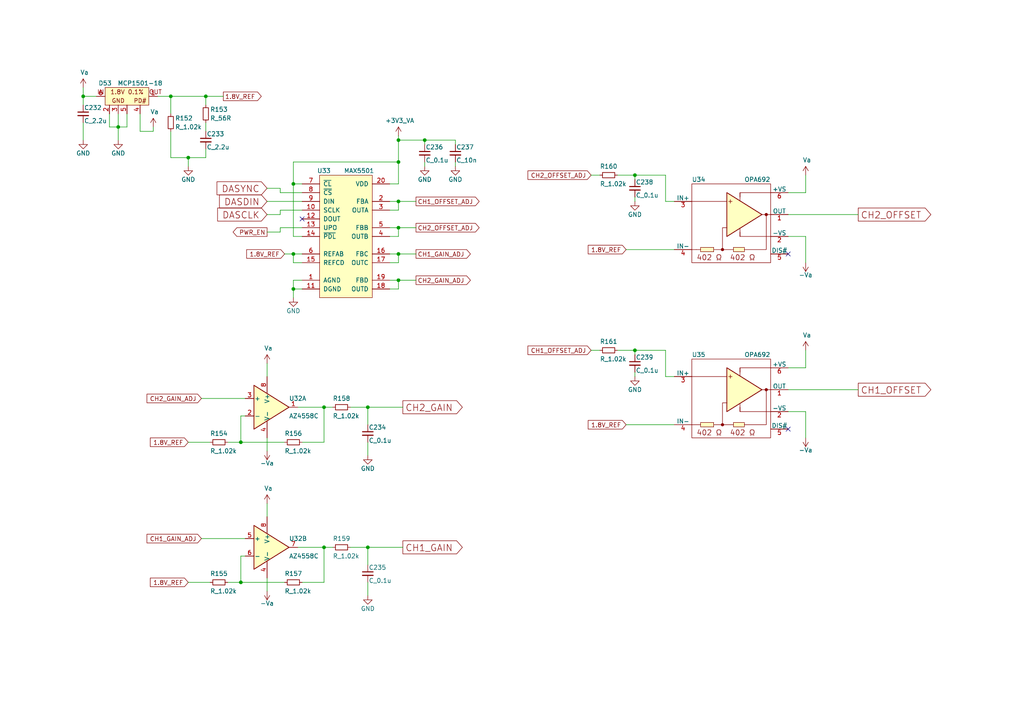
<source format=kicad_sch>
(kicad_sch (version 20231120) (generator "eeschema") (generator_version "8.0")
  (paper "A4")
  (title_block (rev "v2") (comment 1 "Copyright Dejan Priversek 2017"))
  (lib_symbols
    (symbol "ScopefunParts:+3.3V_VA" (power) (pin_names (offset 0))
      (property "Value" "+3.3V_VA" (at 0 3.556 0))
      (symbol "+3.3V_VA_0_1"
        (polyline (pts (xy -0.762 1.27) (xy 0 2.54)))
        (polyline (pts (xy 0 0) (xy 0 2.54)))
        (polyline (pts (xy 0 2.54) (xy 0.762 1.27)))
      )
      (symbol "+3.3V_VA_1_1"
        (pin power_in line (at 0 0 90) (length 0) hide (name "+3V3_VA") (number "1"))
      )
    )
    (symbol "ScopefunParts:+Va" (power) (pin_names (offset 0))
      (property "Value" "+Va" (at 0 3.556 0))
      (symbol "+Va_0_1"
        (polyline (pts (xy -0.762 1.27) (xy 0 2.54)))
        (polyline (pts (xy 0 0) (xy 0 2.54)))
        (polyline (pts (xy 0 2.54) (xy 0.762 1.27)))
      )
      (symbol "+Va_1_1"
        (pin power_in line (at 0 0 90) (length 0) hide (name "Va") (number "1"))
      )
    )
    (symbol "ScopefunParts:-Va" (power) (pin_names (offset 0))
      (property "Value" "-Va" (at 0 3.556 0))
      (symbol "-Va_0_1"
        (polyline (pts (xy -0.762 1.27) (xy 0 2.54)))
        (polyline (pts (xy 0 0) (xy 0 2.54)))
        (polyline (pts (xy 0 2.54) (xy 0.762 1.27)))
      )
      (symbol "-Va_1_1"
        (pin power_in line (at 0 0 90) (length 0) hide (name "-Va") (number "1"))
      )
    )
    (symbol "ScopefunParts:AZ4558C" (pin_names (offset 0.127))
      (property "Reference" "U" (at 5.08 2.54 0))
      (property "Value" "AZ4558C" (at 5.08 -2.54 0))
      (symbol "AZ4558C_0_1"
        (polyline (pts (xy 5.08 0) (xy -5.08 6.35) (xy -5.08 -6.35) (xy 5.08 0)) (stroke (width 0.254)) (fill (type background)))
        (pin power_in line (at -1.27 -8.89 90) (length 4.826) (name "V-") (number "4"))
        (pin power_in line (at -1.27 8.89 270) (length 4.826) (name "V+") (number "8"))
      )
      (symbol "AZ4558C_1_1"
        (pin output line (at 7.62 0 180) (length 2.54) (name "~") (number "1"))
        (pin input line (at -7.62 -2.54 0) (length 2.54) (name "-") (number "2"))
        (pin input line (at -7.62 2.54 0) (length 2.54) (name "+") (number "3"))
      )
      (symbol "AZ4558C_2_1"
        (pin input line (at -7.62 2.54 0) (length 2.54) (name "+") (number "5"))
        (pin input line (at -7.62 -2.54 0) (length 2.54) (name "-") (number "6"))
        (pin output line (at 7.62 0 180) (length 2.54) (name "~") (number "7"))
      )
    )
    (symbol "ScopefunParts:C_0.1u" (pin_numbers hide) (pin_names (offset 0.254) hide)
      (property "Reference" "C" (at 0.254 1.778 0))
      (property "Value" "C_0.1u" (at 0.254 -2.032 0))
      (symbol "C_0.1u_0_1"
        (polyline (pts (xy -1.524 -0.508) (xy 1.524 -0.508)) (stroke (width 0.3302)))
        (polyline (pts (xy -1.524 0.508) (xy 1.524 0.508)) (stroke (width 0.3048)))
      )
      (symbol "C_0.1u_1_1"
        (pin passive line (at 0 2.54 270) (length 1.905) (name "~") (number "1"))
        (pin passive line (at 0 -2.54 90) (length 2.032) (name "~") (number "2"))
      )
    )
    (symbol "ScopefunParts:C_10n_0402" (pin_numbers hide) (pin_names (offset 0.254) hide)
      (property "Reference" "C" (at 0.254 1.778 0))
      (property "Value" "C_10n_0402" (at 0.254 -2.032 0))
      (symbol "C_10n_0402_0_1"
        (polyline (pts (xy -1.524 -0.508) (xy 1.524 -0.508)) (stroke (width 0.3302)))
        (polyline (pts (xy -1.524 0.508) (xy 1.524 0.508)) (stroke (width 0.3048)))
      )
      (symbol "C_10n_0402_1_1"
        (pin passive line (at 0 2.54 270) (length 1.905) (name "~") (number "1"))
        (pin passive line (at 0 -2.54 90) (length 2.032) (name "~") (number "2"))
      )
    )
    (symbol "ScopefunParts:C_2.2u" (pin_numbers hide) (pin_names (offset 0.254) hide)
      (property "Reference" "C" (at 0.254 1.778 0))
      (property "Value" "C_2.2u" (at 0.254 -2.032 0))
      (symbol "C_2.2u_0_1"
        (polyline (pts (xy -1.524 -0.508) (xy 1.524 -0.508)) (stroke (width 0.3302)))
        (polyline (pts (xy -1.524 0.508) (xy 1.524 0.508)) (stroke (width 0.3048)))
      )
      (symbol "C_2.2u_1_1"
        (pin passive line (at 0 2.54 270) (length 1.905) (name "~") (number "1"))
        (pin passive line (at 0 -2.54 90) (length 2.032) (name "~") (number "2"))
      )
    )
    (symbol "ScopefunParts:MAX5501" (pin_names (offset 1.016))
      (property "Reference" "U" (at -6.35 16.51 0))
      (property "Value" "MAX5501" (at 3.81 16.51 0))
      (symbol "MAX5501_0_1"
        (rectangle (start -7.62 -20.32) (end 7.62 15.24) (fill (type background)))
      )
      (symbol "MAX5501_1_1"
        (pin power_in line (at -12.7 -15.24 0) (length 5.08) (name "AGND") (number "1"))
        (pin input line (at -12.7 5.08 0) (length 5.08) (name "SCLK") (number "10"))
        (pin power_in line (at -12.7 -17.78 0) (length 5.08) (name "DGND") (number "11"))
        (pin output line (at -12.7 2.54 0) (length 5.08) (name "DOUT") (number "12"))
        (pin output line (at -12.7 0 0) (length 5.08) (name "UPO") (number "13"))
        (pin input line (at -12.7 -2.54 0) (length 5.08) (name "~{PDL}") (number "14"))
        (pin input line (at -12.7 -10.16 0) (length 5.08) (name "REFCD") (number "15"))
        (pin input line (at 12.7 -7.62 180) (length 5.08) (name "FBC") (number "16"))
        (pin output line (at 12.7 -10.16 180) (length 5.08) (name "OUTC") (number "17"))
        (pin output line (at 12.7 -17.78 180) (length 5.08) (name "OUTD") (number "18"))
        (pin input line (at 12.7 -15.24 180) (length 5.08) (name "FBD") (number "19"))
        (pin input line (at 12.7 7.62 180) (length 5.08) (name "FBA") (number "2"))
        (pin power_in line (at 12.7 12.7 180) (length 5.08) (name "VDD") (number "20"))
        (pin output line (at 12.7 5.08 180) (length 5.08) (name "OUTA") (number "3"))
        (pin output line (at 12.7 -2.54 180) (length 5.08) (name "OUTB") (number "4"))
        (pin input line (at 12.7 0 180) (length 5.08) (name "FBB") (number "5"))
        (pin input line (at -12.7 -7.62 0) (length 5.08) (name "REFAB") (number "6"))
        (pin input line (at -12.7 12.7 0) (length 5.08) (name "~{CL}") (number "7"))
        (pin input line (at -12.7 10.16 0) (length 5.08) (name "~{CS}") (number "8"))
        (pin input line (at -12.7 7.62 0) (length 5.08) (name "DIN") (number "9"))
      )
    )
    (symbol "ScopefunParts:MCP1501-18" (pin_names (offset 0) hide)
      (property "Reference" "D" (at -6.35 3.81 0))
      (property "Value" "MCP1501-18" (at 3.81 3.81 0))
      (symbol "MCP1501-18_0_0"
        (text "1.8V 0.1%" (at 0 1.27 0) (effects (font (size 1.27 1.27))))
        (text "GND" (at -2.54 -1.27 0) (effects (font (size 1.1938 1.1938))))
        (text "IN" (at -7.62 1.27 0) (effects (font (size 1.27 1.27))))
        (text "OUT" (at 6.35 1.27 0) (effects (font (size 1.27 1.27)) (justify left)))
        (text "PD#" (at 3.81 -1.27 0) (effects (font (size 1.1938 1.1938))))
      )
      (symbol "MCP1501-18_0_1"
        (rectangle (start -6.35 2.54) (end 6.35 -2.54) (fill (type background)))
      )
      (symbol "MCP1501-18_1_1"
        (pin output line (at 8.89 0 180) (length 2.54) (name "OUT") (number "1"))
        (pin power_in line (at -5.08 -5.08 90) (length 2.54) (name "GND") (number "2"))
        (pin power_in line (at -2.54 -5.08 90) (length 2.54) (name "GND") (number "3"))
        (pin power_in line (at 3.81 -5.08 90) (length 2.54) (name "SHDN#") (number "4"))
        (pin power_in line (at 0 -5.08 90) (length 2.54) (name "GND") (number "5"))
        (pin power_in line (at -8.89 0 0) (length 2.54) (name "VDD") (number "6"))
      )
    )
    (symbol "ScopefunParts:OPA692" (pin_names (offset 0))
      (property "Reference" "U" (at -10.16 11.43 0))
      (property "Value" "OPA692" (at 5.08 11.43 0))
      (symbol "OPA692_0_0"
        (rectangle (start -7.62 -8.255) (end -3.81 -9.525) (fill (type background)))
        (circle (center -1.27 -8.89) (radius 0.381) (fill (type outline)))
        (polyline (pts (xy 0.508 5.08) (xy 1.524 5.08)))
        (polyline (pts (xy 1.016 5.588) (xy 1.016 4.572)))
        (polyline (pts (xy 3.81 -2.667) (xy 3.81 -5.08)))
        (polyline (pts (xy 3.81 7.62) (xy 3.81 5.334)))
        (polyline (pts (xy 12.7 -5.08) (xy 3.81 -5.08) (xy 3.81 -3.81)))
        (polyline (pts (xy 12.7 7.62) (xy 3.81 7.62) (xy 3.81 6.35)))
        (polyline (pts (xy 5.08 -8.89) (xy 11.43 -8.89) (xy 11.43 1.27) (xy 10.16 1.27) (xy 12.7 1.27)))
        (rectangle (start 1.905 -8.255) (end 5.08 -9.525) (fill (type background)))
        (circle (center 11.43 1.27) (radius 0.381) (fill (type outline)))
        (rectangle (start 12.7 10.16) (end -10.16 -12.7))
        (text "402 Ω" (at -5.08 -11.176 0) (effects (font (size 1.524 1.524))))
        (text "402 Ω" (at 4.572 -11.176 0) (effects (font (size 1.524 1.524))))
      )
      (symbol "OPA692_0_1"
        (polyline (pts (xy -8.89 -8.89) (xy -10.16 -8.89)))
        (polyline (pts (xy -7.62 -8.89) (xy -8.89 -8.89)))
        (polyline (pts (xy -1.27 -8.89) (xy -3.81 -8.89)))
        (polyline (pts (xy -1.27 -8.89) (xy 1.905 -8.89)))
        (polyline (pts (xy 0 5.08) (xy -10.16 5.08)))
        (polyline (pts (xy -1.27 -8.89) (xy -1.27 -2.54) (xy 0 -2.54)))
        (polyline (pts (xy 10.16 1.27) (xy 0 7.62) (xy 0 -5.08) (xy 10.16 1.27)) (stroke (width 0.254)) (fill (type background)))
      )
      (symbol "OPA692_1_1"
        (pin output line (at 17.78 1.27 180) (length 5.08) (name "OUT") (number "1"))
        (pin power_in line (at 17.78 -5.08 180) (length 5.08) (name "-VS") (number "2"))
        (pin input line (at -15.24 5.08 0) (length 5.08) (name "IN+") (number "3"))
        (pin input line (at -15.24 -8.89 0) (length 5.08) (name "IN-") (number "4"))
        (pin input line (at 17.78 -10.16 180) (length 5.08) (name "DIS#") (number "5"))
        (pin power_in line (at 17.78 7.62 180) (length 5.08) (name "+VS") (number "6"))
      )
    )
    (symbol "ScopefunParts:R_1.02k" (pin_numbers hide) (pin_names (offset 0.254) hide)
      (property "Reference" "R" (at 1.27 1.27 0))
      (property "Value" "R_1.02k" (at 1.27 -1.27 0))
      (symbol "R_1.02k_0_1"
        (rectangle (start -0.762 1.778) (end 0.762 -1.778) (stroke (width 0.2032)))
      )
      (symbol "R_1.02k_1_1"
        (pin passive line (at 0 2.54 270) (length 0.762) (name "~") (number "1"))
        (pin passive line (at 0 -2.54 90) (length 0.762) (name "~") (number "2"))
      )
    )
    (symbol "ScopefunParts:R_56R" (pin_numbers hide) (pin_names (offset 0.254) hide)
      (property "Reference" "R" (at 1.27 1.27 0))
      (property "Value" "R_56R" (at 1.27 -1.27 0))
      (symbol "R_56R_0_1"
        (rectangle (start -0.762 1.778) (end 0.762 -1.778) (stroke (width 0.2032)))
      )
      (symbol "R_56R_1_1"
        (pin passive line (at 0 2.54 270) (length 0.762) (name "~") (number "1"))
        (pin passive line (at 0 -2.54 90) (length 0.762) (name "~") (number "2"))
      )
    )
    (symbol "Scopefun_v2-rescue:GND" (power) (pin_names (offset 0))
      (property "Value" "GND" (at 0 -3.81 0))
      (symbol "GND_0_1"
        (polyline (pts (xy 0 0) (xy 0 -1.27) (xy 1.27 -1.27) (xy 0 -2.54) (xy -1.27 -1.27) (xy 0 -1.27)))
      )
      (symbol "GND_1_1"
        (pin power_in line (at 0 0 270) (length 0) hide (name "GND") (number "1"))
      )
    )
  )
  (junction (at 123.19 40.64))
  (junction (at 115.57 58.42))
  (junction (at 24.13 27.94))
  (junction (at 69.85 128.27))
  (junction (at 115.57 81.28))
  (junction (at 115.57 66.04))
  (junction (at 115.57 73.66))
  (junction (at 93.98 158.75))
  (junction (at 106.68 158.75))
  (junction (at 85.09 83.82))
  (junction (at 184.15 50.8))
  (junction (at 59.69 27.94))
  (junction (at 115.57 40.64))
  (junction (at 106.68 118.11))
  (junction (at 184.15 101.6))
  (junction (at 49.53 27.94))
  (junction (at 54.61 45.72))
  (junction (at 85.09 73.66))
  (junction (at 115.57 46.99))
  (junction (at 69.85 168.91))
  (junction (at 34.29 36.83))
  (junction (at 85.09 53.34))
  (junction (at 93.98 118.11))
  (no_connect (at 228.6 124.46))
  (no_connect (at 87.63 63.5))
  (no_connect (at 228.6 73.66))
  (wire (pts (xy 113.03 73.66) (xy 115.57 73.66)))
  (wire (pts (xy 81.28 60.96) (xy 87.63 60.96)))
  (wire (pts (xy 71.12 120.65) (xy 69.85 120.65)))
  (wire (pts (xy 85.09 46.99) (xy 85.09 53.34)))
  (wire (pts (xy 179.07 101.6) (xy 184.15 101.6)))
  (wire (pts (xy 85.09 83.82) (xy 85.09 86.36)))
  (wire (pts (xy 101.6 118.11) (xy 106.68 118.11)))
  (wire (pts (xy 233.68 119.38) (xy 228.6 119.38)))
  (wire (pts (xy 184.15 50.8) (xy 184.15 52.07)))
  (wire (pts (xy 115.57 66.04) (xy 115.57 68.58)))
  (wire (pts (xy 106.68 128.27) (xy 106.68 132.08)))
  (wire (pts (xy 115.57 81.28) (xy 120.65 81.28)))
  (wire (pts (xy 24.13 27.94) (xy 24.13 30.48)))
  (wire (pts (xy 87.63 128.27) (xy 93.98 128.27)))
  (wire (pts (xy 123.19 41.91) (xy 123.19 40.64)))
  (wire (pts (xy 115.57 39.37) (xy 115.57 40.64)))
  (wire (pts (xy 184.15 101.6) (xy 193.04 101.6)))
  (wire (pts (xy 115.57 76.2) (xy 113.03 76.2)))
  (wire (pts (xy 66.04 128.27) (xy 69.85 128.27)))
  (wire (pts (xy 87.63 83.82) (xy 85.09 83.82)))
  (wire (pts (xy 106.68 118.11) (xy 106.68 123.19)))
  (wire (pts (xy 59.69 35.56) (xy 59.69 38.1)))
  (wire (pts (xy 115.57 81.28) (xy 115.57 83.82)))
  (wire (pts (xy 193.04 109.22) (xy 195.58 109.22)))
  (wire (pts (xy 193.04 101.6) (xy 193.04 109.22)))
  (wire (pts (xy 81.28 62.23) (xy 77.47 62.23)))
  (wire (pts (xy 93.98 128.27) (xy 93.98 118.11)))
  (wire (pts (xy 77.47 58.42) (xy 87.63 58.42)))
  (wire (pts (xy 49.53 33.02) (xy 49.53 27.94)))
  (wire (pts (xy 181.61 123.19) (xy 195.58 123.19)))
  (wire (pts (xy 86.36 118.11) (xy 93.98 118.11)))
  (wire (pts (xy 71.12 161.29) (xy 69.85 161.29)))
  (wire (pts (xy 93.98 118.11) (xy 96.52 118.11)))
  (wire (pts (xy 115.57 60.96) (xy 113.03 60.96)))
  (wire (pts (xy 113.03 58.42) (xy 115.57 58.42)))
  (wire (pts (xy 228.6 55.88) (xy 233.68 55.88)))
  (wire (pts (xy 87.63 66.04) (xy 81.28 66.04)))
  (wire (pts (xy 59.69 27.94) (xy 64.77 27.94)))
  (wire (pts (xy 106.68 158.75) (xy 106.68 163.83)))
  (wire (pts (xy 113.03 66.04) (xy 115.57 66.04)))
  (wire (pts (xy 31.75 36.83) (xy 34.29 36.83)))
  (wire (pts (xy 24.13 40.64) (xy 24.13 35.56)))
  (wire (pts (xy 233.68 76.2) (xy 233.68 68.58)))
  (wire (pts (xy 115.57 83.82) (xy 113.03 83.82)))
  (wire (pts (xy 106.68 168.91) (xy 106.68 172.72)))
  (wire (pts (xy 81.28 60.96) (xy 81.28 62.23)))
  (wire (pts (xy 115.57 53.34) (xy 113.03 53.34)))
  (wire (pts (xy 54.61 168.91) (xy 60.96 168.91)))
  (wire (pts (xy 85.09 73.66) (xy 87.63 73.66)))
  (wire (pts (xy 77.47 54.61) (xy 81.28 54.61)))
  (wire (pts (xy 82.55 73.66) (xy 85.09 73.66)))
  (wire (pts (xy 87.63 168.91) (xy 93.98 168.91)))
  (wire (pts (xy 115.57 68.58) (xy 113.03 68.58)))
  (wire (pts (xy 115.57 46.99) (xy 85.09 46.99)))
  (wire (pts (xy 248.92 62.23) (xy 228.6 62.23)))
  (wire (pts (xy 34.29 36.83) (xy 36.83 36.83)))
  (wire (pts (xy 115.57 58.42) (xy 120.65 58.42)))
  (wire (pts (xy 77.47 130.81) (xy 77.47 127)))
  (wire (pts (xy 54.61 48.26) (xy 54.61 45.72)))
  (wire (pts (xy 87.63 81.28) (xy 85.09 81.28)))
  (wire (pts (xy 233.68 127) (xy 233.68 119.38)))
  (wire (pts (xy 54.61 128.27) (xy 60.96 128.27)))
  (wire (pts (xy 171.45 50.8) (xy 173.99 50.8)))
  (wire (pts (xy 81.28 54.61) (xy 81.28 55.88)))
  (wire (pts (xy 115.57 66.04) (xy 120.65 66.04)))
  (wire (pts (xy 228.6 106.68) (xy 233.68 106.68)))
  (wire (pts (xy 44.45 38.1) (xy 44.45 36.83)))
  (wire (pts (xy 115.57 46.99) (xy 115.57 53.34)))
  (wire (pts (xy 77.47 171.45) (xy 77.47 167.64)))
  (wire (pts (xy 66.04 168.91) (xy 69.85 168.91)))
  (wire (pts (xy 87.63 53.34) (xy 85.09 53.34)))
  (wire (pts (xy 34.29 36.83) (xy 34.29 40.64)))
  (wire (pts (xy 132.08 40.64) (xy 132.08 41.91)))
  (wire (pts (xy 184.15 57.15) (xy 184.15 58.42)))
  (wire (pts (xy 59.69 45.72) (xy 59.69 43.18)))
  (wire (pts (xy 24.13 27.94) (xy 27.94 27.94)))
  (wire (pts (xy 85.09 68.58) (xy 87.63 68.58)))
  (wire (pts (xy 101.6 158.75) (xy 106.68 158.75)))
  (wire (pts (xy 36.83 36.83) (xy 36.83 33.02)))
  (wire (pts (xy 49.53 45.72) (xy 54.61 45.72)))
  (wire (pts (xy 93.98 168.91) (xy 93.98 158.75)))
  (wire (pts (xy 171.45 101.6) (xy 173.99 101.6)))
  (wire (pts (xy 34.29 33.02) (xy 34.29 36.83)))
  (wire (pts (xy 106.68 158.75) (xy 116.84 158.75)))
  (wire (pts (xy 59.69 30.48) (xy 59.69 27.94)))
  (wire (pts (xy 233.68 106.68) (xy 233.68 101.6)))
  (wire (pts (xy 115.57 40.64) (xy 123.19 40.64)))
  (wire (pts (xy 85.09 53.34) (xy 85.09 68.58)))
  (wire (pts (xy 93.98 158.75) (xy 96.52 158.75)))
  (wire (pts (xy 184.15 101.6) (xy 184.15 102.87)))
  (wire (pts (xy 115.57 73.66) (xy 120.65 73.66)))
  (wire (pts (xy 181.61 72.39) (xy 195.58 72.39)))
  (wire (pts (xy 184.15 50.8) (xy 193.04 50.8)))
  (wire (pts (xy 85.09 76.2) (xy 85.09 73.66)))
  (wire (pts (xy 69.85 161.29) (xy 69.85 168.91)))
  (wire (pts (xy 85.09 81.28) (xy 85.09 83.82)))
  (wire (pts (xy 77.47 146.05) (xy 77.47 149.86)))
  (wire (pts (xy 132.08 46.99) (xy 132.08 48.26)))
  (wire (pts (xy 40.64 33.02) (xy 40.64 38.1)))
  (wire (pts (xy 87.63 76.2) (xy 85.09 76.2)))
  (wire (pts (xy 115.57 73.66) (xy 115.57 76.2)))
  (wire (pts (xy 228.6 113.03) (xy 248.92 113.03)))
  (wire (pts (xy 233.68 68.58) (xy 228.6 68.58)))
  (wire (pts (xy 123.19 40.64) (xy 132.08 40.64)))
  (wire (pts (xy 115.57 40.64) (xy 115.57 46.99)))
  (wire (pts (xy 81.28 55.88) (xy 87.63 55.88)))
  (wire (pts (xy 179.07 50.8) (xy 184.15 50.8)))
  (wire (pts (xy 71.12 156.21) (xy 58.42 156.21)))
  (wire (pts (xy 49.53 38.1) (xy 49.53 45.72)))
  (wire (pts (xy 69.85 168.91) (xy 82.55 168.91)))
  (wire (pts (xy 184.15 107.95) (xy 184.15 109.22)))
  (wire (pts (xy 71.12 115.57) (xy 58.42 115.57)))
  (wire (pts (xy 193.04 58.42) (xy 195.58 58.42)))
  (wire (pts (xy 81.28 66.04) (xy 81.28 67.31)))
  (wire (pts (xy 81.28 67.31) (xy 77.47 67.31)))
  (wire (pts (xy 123.19 46.99) (xy 123.19 48.26)))
  (wire (pts (xy 31.75 36.83) (xy 31.75 33.02)))
  (wire (pts (xy 45.72 27.94) (xy 49.53 27.94)))
  (wire (pts (xy 69.85 128.27) (xy 82.55 128.27)))
  (wire (pts (xy 24.13 25.4) (xy 24.13 27.94)))
  (wire (pts (xy 113.03 81.28) (xy 115.57 81.28)))
  (wire (pts (xy 193.04 50.8) (xy 193.04 58.42)))
  (wire (pts (xy 106.68 118.11) (xy 116.84 118.11)))
  (wire (pts (xy 233.68 55.88) (xy 233.68 50.8)))
  (wire (pts (xy 54.61 45.72) (xy 59.69 45.72)))
  (wire (pts (xy 115.57 58.42) (xy 115.57 60.96)))
  (wire (pts (xy 40.64 38.1) (xy 44.45 38.1)))
  (wire (pts (xy 86.36 158.75) (xy 93.98 158.75)))
  (wire (pts (xy 49.53 27.94) (xy 59.69 27.94)))
  (wire (pts (xy 69.85 120.65) (xy 69.85 128.27)))
  (wire (pts (xy 77.47 105.41) (xy 77.47 109.22)))
  (global_label "CH2_OFFSET" (shape output) (at 248.92 62.23 0) (effects (font (size 1.905 1.905))) (property "Intersheetrefs" "${INTERSHEET_REFS}" (effects (hide yes))))
  (global_label "CH1_GAIN_ADJ" (shape output) (at 120.65 73.66 0) (property "Intersheetrefs" "${INTERSHEET_REFS}" (effects (hide yes))))
  (global_label "CH1_OFFSET" (shape output) (at 248.92 113.03 0) (effects (font (size 1.905 1.905))) (property "Intersheetrefs" "${INTERSHEET_REFS}" (effects (hide yes))))
  (global_label "1.8V_REF" (shape input) (at 82.55 73.66 180) (property "Intersheetrefs" "${INTERSHEET_REFS}" (effects (hide yes))))
  (global_label "CH2_GAIN" (shape output) (at 116.84 118.11 0) (effects (font (size 1.905 1.905))) (property "Intersheetrefs" "${INTERSHEET_REFS}" (effects (hide yes))))
  (global_label "PWR_EN" (shape output) (at 77.47 67.31 180) (property "Intersheetrefs" "${INTERSHEET_REFS}" (effects (hide yes))))
  (global_label "CH2_GAIN_ADJ" (shape input) (at 58.42 115.57 180) (property "Intersheetrefs" "${INTERSHEET_REFS}" (effects (hide yes))))
  (global_label "1.8V_REF" (shape input) (at 181.61 123.19 180) (property "Intersheetrefs" "${INTERSHEET_REFS}" (effects (hide yes))))
  (global_label "DASCLK" (shape input) (at 77.47 62.23 180) (effects (font (size 1.905 1.905))) (property "Intersheetrefs" "${INTERSHEET_REFS}" (effects (hide yes))))
  (global_label "CH1_OFFSET_ADJ" (shape output) (at 120.65 58.42 0) (property "Intersheetrefs" "${INTERSHEET_REFS}" (effects (hide yes))))
  (global_label "1.8V_REF" (shape input) (at 54.61 168.91 180) (property "Intersheetrefs" "${INTERSHEET_REFS}" (effects (hide yes))))
  (global_label "CH2_OFFSET_ADJ" (shape input) (at 171.45 50.8 180) (property "Intersheetrefs" "${INTERSHEET_REFS}" (effects (hide yes))))
  (global_label "1.8V_REF" (shape output) (at 64.77 27.94 0) (property "Intersheetrefs" "${INTERSHEET_REFS}" (effects (hide yes))))
  (global_label "CH1_GAIN" (shape output) (at 116.84 158.75 0) (effects (font (size 1.905 1.905))) (property "Intersheetrefs" "${INTERSHEET_REFS}" (effects (hide yes))))
  (global_label "DASYNC" (shape input) (at 77.47 54.61 180) (effects (font (size 1.905 1.905))) (property "Intersheetrefs" "${INTERSHEET_REFS}" (effects (hide yes))))
  (global_label "CH2_OFFSET_ADJ" (shape output) (at 120.65 66.04 0) (property "Intersheetrefs" "${INTERSHEET_REFS}" (effects (hide yes))))
  (global_label "DASDIN" (shape input) (at 77.47 58.42 180) (effects (font (size 1.905 1.905))) (property "Intersheetrefs" "${INTERSHEET_REFS}" (effects (hide yes))))
  (global_label "CH1_GAIN_ADJ" (shape input) (at 58.42 156.21 180) (property "Intersheetrefs" "${INTERSHEET_REFS}" (effects (hide yes))))
  (global_label "1.8V_REF" (shape input) (at 181.61 72.39 180) (property "Intersheetrefs" "${INTERSHEET_REFS}" (effects (hide yes))))
  (global_label "1.8V_REF" (shape input) (at 54.61 128.27 180) (property "Intersheetrefs" "${INTERSHEET_REFS}" (effects (hide yes))))
  (global_label "CH1_OFFSET_ADJ" (shape input) (at 171.45 101.6 180) (property "Intersheetrefs" "${INTERSHEET_REFS}" (effects (hide yes))))
  (global_label "CH2_GAIN_ADJ" (shape output) (at 120.65 81.28 0) (property "Intersheetrefs" "${INTERSHEET_REFS}" (effects (hide yes))))
  (symbol (lib_id "ScopefunParts:MAX5501") (at 100.33 66.04 0) (unit 1)
    (property "Reference" "U33" (at 93.98 49.53 0))
    (property "Value" "MAX5501" (at 104.14 49.53 0))
    (property "Footprint" "ScopefunPackagesLibrary:SSOP20" (effects (hide yes)))
    (property "Datasheet" "https://datasheets.maximintegrated.com/en/ds/MAX5500-MAX5501.pdf" (effects (hide yes)))
    (property "Description" "Low-Power, Quad, 12-Bit Voltage-Output DACs with Serial Interface, 3.3V supply" (effects (hide yes)))
    (property "Manufacturer Part Number" "MAX5501BGAP+" (effects (hide yes)))
  )
  (symbol (lib_id "Scopefun_v2-rescue:GND") (at 85.09 86.36 0) (unit 1)
    (property "Reference" "#PWR0366" (effects (hide yes)))
    (property "Value" "GND" (at 85.09 90.17 0))
  )
  (symbol (lib_id "ScopefunParts:C_0.1u") (at 106.68 125.73 0) (unit 1)
    (property "Reference" "C234" (at 106.934 123.952 0) (effects (justify left)))
    (property "Value" "C_0.1u" (at 106.934 127.762 0) (effects (justify left)))
    (property "Footprint" "ScopefunPackagesLibrary:C_0603" (effects (hide yes)))
    (property "Description" "MLCC - SMD/SMT 0603 16V X7R 10%" (effects (hide yes)))
    (property "Manufacturer Part Number" "C0603C104K4RACTU" (effects (hide yes)))
  )
  (symbol (lib_id "Scopefun_v2-rescue:GND") (at 106.68 132.08 0) (unit 1)
    (property "Reference" "#PWR0367" (effects (hide yes)))
    (property "Value" "GND" (at 106.68 135.89 0))
  )
  (symbol (lib_id "ScopefunParts:C_0.1u") (at 106.68 166.37 0) (unit 1)
    (property "Reference" "C235" (at 106.934 164.592 0) (effects (justify left)))
    (property "Value" "C_0.1u" (at 106.934 168.402 0) (effects (justify left)))
    (property "Footprint" "ScopefunPackagesLibrary:C_0603" (effects (hide yes)))
    (property "Description" "MLCC - SMD/SMT 0603 16V X7R 10%" (effects (hide yes)))
    (property "Manufacturer Part Number" "C0603C104K4RACTU" (effects (hide yes)))
  )
  (symbol (lib_id "Scopefun_v2-rescue:GND") (at 106.68 172.72 0) (unit 1)
    (property "Reference" "#PWR0368" (effects (hide yes)))
    (property "Value" "GND" (at 106.68 176.53 0))
  )
  (symbol (lib_id "ScopefunParts:R_1.02k") (at 99.06 118.11 270) (unit 1)
    (property "Reference" "R158" (at 96.52 115.57 90) (effects (justify left)))
    (property "Value" "R_1.02k" (at 96.52 120.65 90) (effects (justify left)))
    (property "Footprint" "ScopefunPackagesLibrary:R_0603" (effects (hide yes)))
    (property "Datasheet" "http://industrial.panasonic.com/cdbs/www-data/pdf/AOA0000/AOA0000CE2.pdf" (effects (hide yes)))
    (property "Description" "RES SMD 1% 1/10W 0603" (effects (hide yes)))
    (property "Manufacturer Part Number" "ERJ-3EKF1021V" (effects (hide yes)))
  )
  (symbol (lib_id "ScopefunParts:R_1.02k") (at 99.06 158.75 270) (unit 1)
    (property "Reference" "R159" (at 96.52 156.21 90) (effects (justify left)))
    (property "Value" "R_1.02k" (at 96.52 161.29 90) (effects (justify left)))
    (property "Footprint" "ScopefunPackagesLibrary:R_0603" (effects (hide yes)))
    (property "Datasheet" "http://industrial.panasonic.com/cdbs/www-data/pdf/AOA0000/AOA0000CE2.pdf" (effects (hide yes)))
    (property "Description" "RES SMD 1% 1/10W 0603" (effects (hide yes)))
    (property "Manufacturer Part Number" "ERJ-3EKF1021V" (effects (hide yes)))
  )
  (symbol (lib_id "ScopefunParts:C_0.1u") (at 123.19 44.45 0) (unit 1)
    (property "Reference" "C236" (at 123.444 42.672 0) (effects (justify left)))
    (property "Value" "C_0.1u" (at 123.444 46.482 0) (effects (justify left)))
    (property "Footprint" "ScopefunPackagesLibrary:C_0603" (effects (hide yes)))
    (property "Description" "MLCC - SMD/SMT 0603 16V X7R 10%" (effects (hide yes)))
    (property "Manufacturer Part Number" "C0603C104K4RACTU" (effects (hide yes)))
  )
  (symbol (lib_id "Scopefun_v2-rescue:GND") (at 123.19 48.26 0) (unit 1)
    (property "Reference" "#PWR0369" (effects (hide yes)))
    (property "Value" "GND" (at 123.19 52.07 0))
  )
  (symbol (lib_id "ScopefunParts:+Va") (at 233.68 50.8 0) (unit 1)
    (property "Reference" "#PWR0370" (effects (hide yes)))
    (property "Value" "Va" (at 234.061 46.4058 0))
  )
  (symbol (lib_id "ScopefunParts:+Va") (at 77.47 105.41 0) (unit 1)
    (property "Reference" "#PWR0371" (effects (hide yes)))
    (property "Value" "Va" (at 77.851 101.0158 0))
  )
  (symbol (lib_id "ScopefunParts:+Va") (at 24.13 25.4 0) (unit 1)
    (property "Reference" "#PWR0372" (effects (hide yes)))
    (property "Value" "Va" (at 24.511 21.0058 0))
  )
  (symbol (lib_id "ScopefunParts:C_0.1u") (at 184.15 54.61 0) (unit 1)
    (property "Reference" "C238" (at 184.404 52.832 0) (effects (justify left)))
    (property "Value" "C_0.1u" (at 184.404 56.642 0) (effects (justify left)))
    (property "Footprint" "ScopefunPackagesLibrary:C_0603" (effects (hide yes)))
    (property "Description" "MLCC - SMD/SMT 0603 16V X7R 10%" (effects (hide yes)))
    (property "Manufacturer Part Number" "C0603C104K4RACTU" (effects (hide yes)))
  )
  (symbol (lib_id "Scopefun_v2-rescue:GND") (at 184.15 58.42 0) (unit 1)
    (property "Reference" "#PWR0373" (effects (hide yes)))
    (property "Value" "GND" (at 184.15 62.23 0))
  )
  (symbol (lib_id "ScopefunParts:R_1.02k") (at 176.53 50.8 270) (unit 1)
    (property "Reference" "R160" (at 173.99 48.26 90) (effects (justify left)))
    (property "Value" "R_1.02k" (at 173.99 53.34 90) (effects (justify left)))
    (property "Footprint" "ScopefunPackagesLibrary:R_0603" (effects (hide yes)))
    (property "Datasheet" "http://industrial.panasonic.com/cdbs/www-data/pdf/AOA0000/AOA0000CE2.pdf" (effects (hide yes)))
    (property "Description" "RES SMD 1% 1/10W 0603" (effects (hide yes)))
    (property "Manufacturer Part Number" "ERJ-3EKF1021V" (effects (hide yes)))
  )
  (symbol (lib_id "ScopefunParts:C_0.1u") (at 184.15 105.41 0) (unit 1)
    (property "Reference" "C239" (at 184.404 103.632 0) (effects (justify left)))
    (property "Value" "C_0.1u" (at 184.404 107.442 0) (effects (justify left)))
    (property "Footprint" "ScopefunPackagesLibrary:C_0603" (effects (hide yes)))
    (property "Description" "MLCC - SMD/SMT 0603 16V X7R 10%" (effects (hide yes)))
    (property "Manufacturer Part Number" "C0603C104K4RACTU" (effects (hide yes)))
  )
  (symbol (lib_id "Scopefun_v2-rescue:GND") (at 184.15 109.22 0) (unit 1)
    (property "Reference" "#PWR0374" (effects (hide yes)))
    (property "Value" "GND" (at 184.15 113.03 0))
  )
  (symbol (lib_id "ScopefunParts:R_1.02k") (at 176.53 101.6 270) (unit 1)
    (property "Reference" "R161" (at 173.99 99.06 90) (effects (justify left)))
    (property "Value" "R_1.02k" (at 173.99 104.14 90) (effects (justify left)))
    (property "Footprint" "ScopefunPackagesLibrary:R_0603" (effects (hide yes)))
    (property "Datasheet" "http://industrial.panasonic.com/cdbs/www-data/pdf/AOA0000/AOA0000CE2.pdf" (effects (hide yes)))
    (property "Description" "RES SMD 1% 1/10W 0603" (effects (hide yes)))
    (property "Manufacturer Part Number" "ERJ-3EKF1021V" (effects (hide yes)))
  )
  (symbol (lib_id "ScopefunParts:+3.3V_VA") (at 115.57 39.37 0) (unit 1)
    (property "Reference" "#PWR0375" (effects (hide yes)))
    (property "Value" "+3V3_VA" (at 115.951 34.9758 0))
  )
  (symbol (lib_id "ScopefunParts:+Va") (at 44.45 36.83 0) (unit 1)
    (property "Reference" "#PWR0379" (effects (hide yes)))
    (property "Value" "Va" (at 44.831 32.4358 0))
  )
  (symbol (lib_id "ScopefunParts:C_2.2u") (at 24.13 33.02 0) (unit 1)
    (property "Reference" "C232" (at 24.384 31.242 0) (effects (justify left)))
    (property "Value" "C_2.2u" (at 24.384 35.052 0) (effects (justify left)))
    (property "Footprint" "ScopefunPackagesLibrary:C_0603" (effects (hide yes)))
    (property "Description" "MLCC - SMD/SMT 0603 6.3V X5R 20%" (effects (hide yes)))
    (property "Manufacturer Part Number" "CC0603MRX5R5BB225" (effects (hide yes)))
  )
  (symbol (lib_id "Scopefun_v2-rescue:GND") (at 34.29 40.64 0) (unit 1)
    (property "Reference" "#PWR0380" (effects (hide yes)))
    (property "Value" "GND" (at 34.29 44.45 0))
  )
  (symbol (lib_id "Scopefun_v2-rescue:GND") (at 24.13 40.64 0) (unit 1)
    (property "Reference" "#PWR0381" (effects (hide yes)))
    (property "Value" "GND" (at 24.13 44.45 0))
  )
  (symbol (lib_id "ScopefunParts:R_1.02k") (at 49.53 35.56 0) (unit 1)
    (property "Reference" "R152" (at 50.8 34.29 0) (effects (justify left)))
    (property "Value" "R_1.02k" (at 50.8 36.83 0) (effects (justify left)))
    (property "Footprint" "ScopefunPackagesLibrary:R_0603" (effects (hide yes)))
    (property "Datasheet" "http://industrial.panasonic.com/cdbs/www-data/pdf/AOA0000/AOA0000CE2.pdf" (effects (hide yes)))
    (property "Description" "RES SMD 1% 1/10W 0603" (effects (hide yes)))
    (property "Manufacturer Part Number" "ERJ-3EKF1021V" (effects (hide yes)))
  )
  (symbol (lib_id "Scopefun_v2-rescue:GND") (at 54.61 48.26 0) (unit 1)
    (property "Reference" "#PWR0382" (effects (hide yes)))
    (property "Value" "GND" (at 54.61 52.07 0))
  )
  (symbol (lib_id "ScopefunParts:OPA692") (at 210.82 63.5 0) (unit 1)
    (property "Reference" "U34" (at 200.66 52.07 0) (effects (justify left)))
    (property "Value" "OPA692" (at 215.9 52.07 0) (effects (justify left)))
    (property "Footprint" "ScopefunPackagesLibrary:SOT23-6" (effects (hide yes)))
    (property "Datasheet" "http://www.ti.com/lit/ds/symlink/opa692.pdf" (effects (hide yes)))
    (property "Description" "Wideband,  Fixed  Gain Video BUFFER AMPLIFIER With Disable" (effects (hide yes)))
    (property "Manufacturer Part Number" "OPA692IDBVT" (effects (hide yes)))
  )
  (symbol (lib_id "ScopefunParts:R_56R") (at 59.69 33.02 0) (unit 1)
    (property "Reference" "R153" (at 60.96 31.75 0) (effects (justify left)))
    (property "Value" "R_56R" (at 60.96 34.29 0) (effects (justify left)))
    (property "Footprint" "ScopefunPackagesLibrary:R_0603" (effects (hide yes)))
    (property "Datasheet" "http://industrial.panasonic.com/cdbs/www-data/pdf/AOA0000/AOA0000CE2.pdf" (effects (hide yes)))
    (property "Description" "RES SMD 1% 1/10W 0603" (effects (hide yes)))
    (property "Manufacturer Part Number" "ERJ-3EKF56R0V" (effects (hide yes)))
  )
  (symbol (lib_id "ScopefunParts:C_2.2u") (at 59.69 40.64 0) (unit 1)
    (property "Reference" "C233" (at 59.944 38.862 0) (effects (justify left)))
    (property "Value" "C_2.2u" (at 59.944 42.672 0) (effects (justify left)))
    (property "Footprint" "ScopefunPackagesLibrary:C_0603" (effects (hide yes)))
    (property "Description" "MLCC - SMD/SMT 0603 6.3V X5R 20%" (effects (hide yes)))
    (property "Manufacturer Part Number" "CC0603MRX5R5BB225" (effects (hide yes)))
  )
  (symbol (lib_id "ScopefunParts:OPA692") (at 210.82 114.3 0) (unit 1)
    (property "Reference" "U35" (at 200.66 102.87 0) (effects (justify left)))
    (property "Value" "OPA692" (at 215.9 102.87 0) (effects (justify left)))
    (property "Footprint" "ScopefunPackagesLibrary:SOT23-6" (effects (hide yes)))
    (property "Datasheet" "http://www.ti.com/lit/ds/symlink/opa692.pdf" (effects (hide yes)))
    (property "Description" "Wideband,  Fixed  Gain Video BUFFER AMPLIFIER With Disable" (effects (hide yes)))
    (property "Manufacturer Part Number" "OPA692IDBVT" (effects (hide yes)))
  )
  (symbol (lib_id "ScopefunParts:+Va") (at 233.68 101.6 0) (unit 1)
    (property "Reference" "#PWR0376" (effects (hide yes)))
    (property "Value" "Va" (at 234.061 97.2058 0))
  )
  (symbol (lib_id "ScopefunParts:-Va") (at 233.68 127 180) (unit 1)
    (property "Reference" "#PWR0377" (effects (hide yes)))
    (property "Value" "-Va" (at 233.68 130.556 0))
  )
  (symbol (lib_id "ScopefunParts:-Va") (at 233.68 76.2 180) (unit 1)
    (property "Reference" "#PWR0378" (effects (hide yes)))
    (property "Value" "-Va" (at 233.68 79.756 0))
  )
  (symbol (lib_id "ScopefunParts:MCP1501-18") (at 36.83 27.94 0) (unit 1)
    (property "Reference" "D53" (at 30.48 24.13 0))
    (property "Value" "MCP1501-18" (at 40.64 24.13 0))
    (property "Footprint" "ScopefunPackagesLibrary:SOT23-6" (effects (hide yes)))
    (property "Datasheet" "http://ww1.microchip.com/downloads/en/DeviceDoc/20005474D.pdf" (effects (hide yes)))
    (property "Description" "1.8V High-Precision Buffered Voltage Reference SOT23-6" (effects (hide yes)))
    (property "Manufacturer Part Number" "MCP1501T-18E/CHY" (effects (hide yes)))
  )
  (symbol (lib_id "ScopefunParts:C_10n_0402") (at 132.08 44.45 0) (unit 1)
    (property "Reference" "C237" (at 132.334 42.672 0) (effects (justify left)))
    (property "Value" "C_10n" (at 132.334 46.482 0) (effects (justify left)))
    (property "Footprint" "ScopefunPackagesLibrary:C_0402" (effects (hide yes)))
    (property "Description" "MLCC - SMD/SMT 0402 10V X7R 10%" (effects (hide yes)))
    (property "Manufacturer Part Number" "885012205012" (effects (hide yes)))
  )
  (symbol (lib_id "Scopefun_v2-rescue:GND") (at 132.08 48.26 0) (unit 1)
    (property "Reference" "#PWR0383" (effects (hide yes)))
    (property "Value" "GND" (at 132.08 52.07 0))
  )
  (symbol (lib_id "ScopefunParts:-Va") (at 77.47 130.81 180) (unit 1)
    (property "Reference" "#PWR0384" (effects (hide yes)))
    (property "Value" "-Va" (at 77.47 134.366 0))
  )
  (symbol (lib_id "ScopefunParts:AZ4558C") (at 78.74 158.75 0) (unit 2)
    (property "Reference" "U32" (at 83.82 156.21 0) (effects (justify left)))
    (property "Value" "AZ4558C" (at 83.82 161.29 0) (effects (justify left)))
    (property "Footprint" "ScopefunPackagesLibrary:SOIC8" (effects (hide yes)))
    (property "Datasheet" "https://www.diodes.com/assets/Datasheets/AZ4558C.pdf" (effects (hide yes)))
    (property "Description" "DUAL BIPOLAR OPERATIONAL AMPLIFIERS 5.5MHz 5.5MHz" (effects (hide yes)))
    (property "Manufacturer Part Number" "AZ4558CMTR-E1" (effects (hide yes)))
  )
  (symbol (lib_id "ScopefunParts:+Va") (at 77.47 146.05 0) (unit 1)
    (property "Reference" "#PWR0385" (effects (hide yes)))
    (property "Value" "Va" (at 77.851 141.6558 0))
  )
  (symbol (lib_id "ScopefunParts:-Va") (at 77.47 171.45 180) (unit 1)
    (property "Reference" "#PWR0386" (effects (hide yes)))
    (property "Value" "-Va" (at 77.47 175.006 0))
  )
  (symbol (lib_id "ScopefunParts:R_1.02k") (at 85.09 168.91 270) (unit 1)
    (property "Reference" "R157" (at 82.55 166.37 90) (effects (justify left)))
    (property "Value" "R_1.02k" (at 82.55 171.45 90) (effects (justify left)))
    (property "Footprint" "ScopefunPackagesLibrary:R_0603" (effects (hide yes)))
    (property "Datasheet" "http://industrial.panasonic.com/cdbs/www-data/pdf/AOA0000/AOA0000CE2.pdf" (effects (hide yes)))
    (property "Description" "RES SMD 1% 1/10W 0603" (effects (hide yes)))
    (property "Manufacturer Part Number" "ERJ-3EKF1021V" (effects (hide yes)))
  )
  (symbol (lib_id "ScopefunParts:R_1.02k") (at 63.5 168.91 270) (unit 1)
    (property "Reference" "R155" (at 60.96 166.37 90) (effects (justify left)))
    (property "Value" "R_1.02k" (at 60.96 171.45 90) (effects (justify left)))
    (property "Footprint" "ScopefunPackagesLibrary:R_0603" (effects (hide yes)))
    (property "Datasheet" "http://industrial.panasonic.com/cdbs/www-data/pdf/AOA0000/AOA0000CE2.pdf" (effects (hide yes)))
    (property "Description" "RES SMD 1% 1/10W 0603" (effects (hide yes)))
    (property "Manufacturer Part Number" "ERJ-3EKF1021V" (effects (hide yes)))
  )
  (symbol (lib_id "ScopefunParts:AZ4558C") (at 78.74 118.11 0) (unit 1)
    (property "Reference" "U32" (at 83.82 115.57 0) (effects (justify left)))
    (property "Value" "AZ4558C" (at 83.82 120.65 0) (effects (justify left)))
    (property "Footprint" "ScopefunPackagesLibrary:SOIC8" (effects (hide yes)))
    (property "Datasheet" "https://www.diodes.com/assets/Datasheets/AZ4558C.pdf" (effects (hide yes)))
    (property "Description" "DUAL BIPOLAR OPERATIONAL AMPLIFIERS 5.5MHz 5.5MHz" (effects (hide yes)))
    (property "Manufacturer Part Number" "AZ4558CMTR-E1" (effects (hide yes)))
  )
  (symbol (lib_id "ScopefunParts:R_1.02k") (at 85.09 128.27 270) (unit 1)
    (property "Reference" "R156" (at 82.55 125.73 90) (effects (justify left)))
    (property "Value" "R_1.02k" (at 82.55 130.81 90) (effects (justify left)))
    (property "Footprint" "ScopefunPackagesLibrary:R_0603" (effects (hide yes)))
    (property "Datasheet" "http://industrial.panasonic.com/cdbs/www-data/pdf/AOA0000/AOA0000CE2.pdf" (effects (hide yes)))
    (property "Description" "RES SMD 1% 1/10W 0603" (effects (hide yes)))
    (property "Manufacturer Part Number" "ERJ-3EKF1021V" (effects (hide yes)))
  )
  (symbol (lib_id "ScopefunParts:R_1.02k") (at 63.5 128.27 270) (unit 1)
    (property "Reference" "R154" (at 60.96 125.73 90) (effects (justify left)))
    (property "Value" "R_1.02k" (at 60.96 130.81 90) (effects (justify left)))
    (property "Footprint" "ScopefunPackagesLibrary:R_0603" (effects (hide yes)))
    (property "Datasheet" "http://industrial.panasonic.com/cdbs/www-data/pdf/AOA0000/AOA0000CE2.pdf" (effects (hide yes)))
    (property "Description" "RES SMD 1% 1/10W 0603" (effects (hide yes)))
    (property "Manufacturer Part Number" "ERJ-3EKF1021V" (effects (hide yes)))
  )
)
</source>
